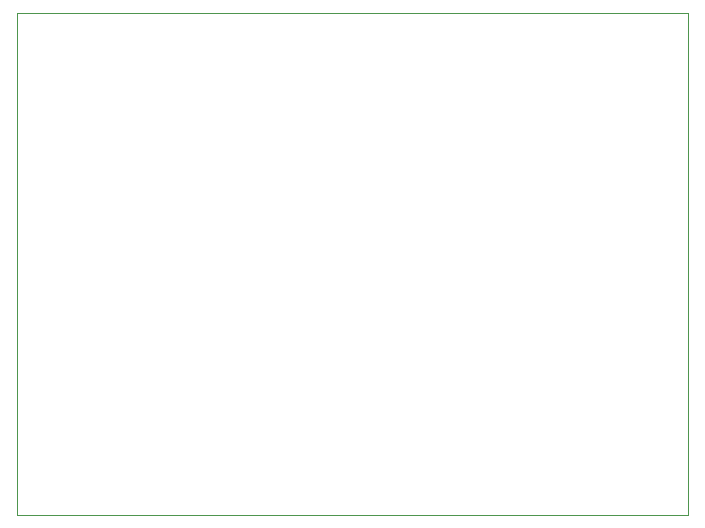
<source format=gbr>
G04 ===== Begin FILE IDENTIFICATION =====*
G04 File Format:  Gerber RS274X*
G04 ===== End FILE IDENTIFICATION =====*
%FSDAX66Y66*%
%MOIN*%
%SFA1.0000B1.0000*%
%OFA0.0B0.0*%
%ADD14C,0.001969*%
%LNcase_dimensions*%
%IPPOS*%
%LPD*%
G75*
D14*
G01X-000000437008Y-000001236220D02*
G01X000001799213D01*
G01Y000000437008D01*
G01X-000000437008D01*
G01Y-000001236220D01*
M02*


</source>
